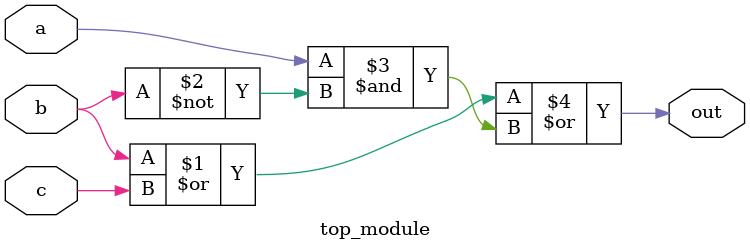
<source format=v>
module top_module(
    input a,
    input b,
    input c,
    output out  ); 
    
	assign out = b | c | a&~b;
    
endmodule
</source>
